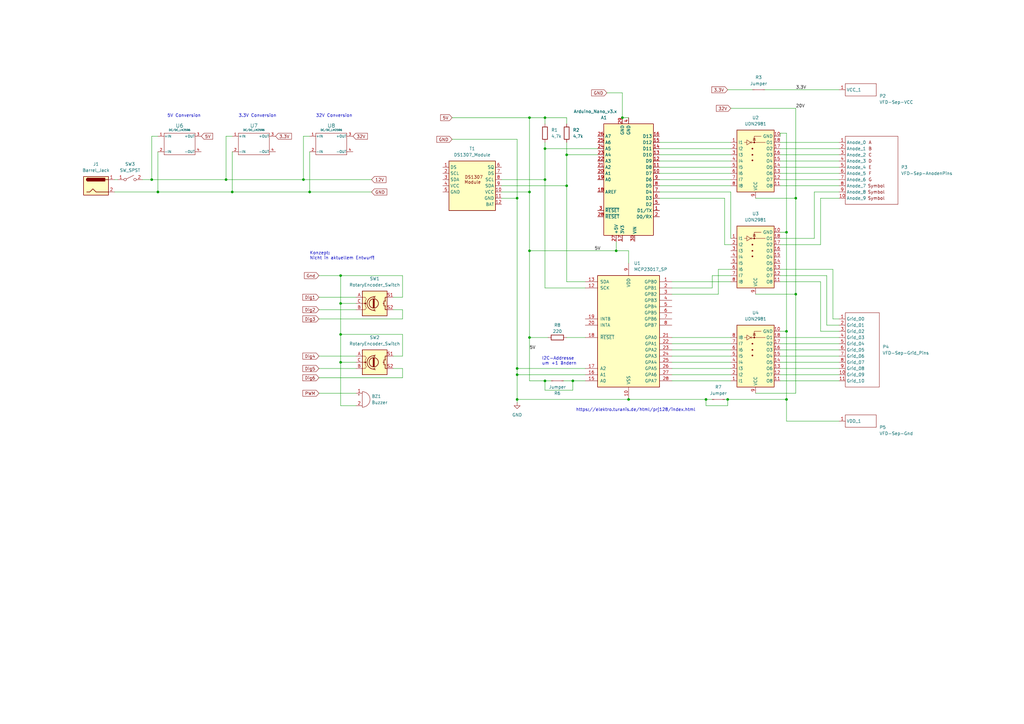
<source format=kicad_sch>
(kicad_sch (version 20230121) (generator eeschema)
  (paper "A3")
  (lib_symbols
    (symbol "Connector:Barrel_Jack" (pin_names (offset 1.016))
      (property "Reference" "J" (at 0 5.334 0))
      (property "Value" "Barrel_Jack" (at 0 -5.08 0))
      (symbol "Barrel_Jack_0_1"
        (rectangle (start -5.08 3.81) (end 5.08 -3.81) (stroke (width 0.254)) (fill (type background)))
        (arc (start -3.302 3.175) (mid -3.9343 2.54) (end -3.302 1.905) (stroke (width 0.254)))
        (arc (start -3.302 3.175) (mid -3.9343 2.54) (end -3.302 1.905) (stroke (width 0.254)) (fill (type outline)))
        (polyline (pts (xy 5.08 2.54) (xy 3.81 2.54)) (stroke (width 0.254)))
        (polyline (pts (xy -3.81 -2.54) (xy -2.54 -2.54) (xy -1.27 -1.27) (xy 0 -2.54) (xy 2.54 -2.54) (xy 5.08 -2.54)) (stroke (width 0.254)))
        (rectangle (start 3.683 3.175) (end -3.302 1.905) (stroke (width 0.254)) (fill (type outline)))
      )
      (symbol "Barrel_Jack_1_1"
        (pin passive line (at 7.62 2.54 180) (length 2.54) (name "~") (number "1"))
        (pin passive line (at 7.62 -2.54 180) (length 2.54) (name "~") (number "2"))
      )
    )
    (symbol "Custom_dc_dc_small:DC_DC_small" (pin_names (offset 0.0254))
      (property "Reference" "U" (at 0 7.62 0))
      (property "Value" "DC_DC_small" (at 0 1.27 0))
      (property "Footprint" "DC_DC_LM2596" (at -1.27 11.43 0))
      (symbol "DC_DC_small_0_1"
        (rectangle (start -6.35 5.08) (end -6.35 -3.81))
        (rectangle (start -6.35 5.08) (end 6.35 5.08))
        (rectangle (start 6.35 -3.81) (end -6.35 -3.81))
        (rectangle (start 6.35 5.08) (end 6.35 -3.81))
      )
      (symbol "DC_DC_small_1_1"
        (pin power_in line (at -8.89 3.81 0) (length 2.54) (name "+IN") (number "1"))
        (pin power_in line (at -8.89 -2.54 0) (length 2.54) (name "-IN") (number "2"))
        (pin power_out line (at 8.89 3.81 180) (length 2.54) (name "+OUT") (number "3"))
        (pin power_in line (at 8.89 -2.54 180) (length 2.54) (name "-OUT") (number "4"))
      )
    )
    (symbol "Device:Buzzer" (pin_names (offset 0.0254) hide)
      (property "Reference" "BZ" (at 3.81 1.27 0))
      (property "Value" "Buzzer" (at 3.81 -1.27 0))
      (symbol "Buzzer_0_1"
        (arc (start 0 -3.175) (mid 3.1612 0) (end 0 3.175))
        (polyline (pts (xy -1.651 1.905) (xy -1.143 1.905)))
        (polyline (pts (xy -1.397 2.159) (xy -1.397 1.651)))
        (polyline (pts (xy 0 3.175) (xy 0 -3.175)))
      )
      (symbol "Buzzer_1_1"
        (pin passive line (at -2.54 2.54 0) (length 2.54) (name "-") (number "1"))
        (pin passive line (at -2.54 -2.54 0) (length 2.54) (name "+") (number "2"))
      )
    )
    (symbol "Device:R" (pin_numbers hide) (pin_names (offset 0))
      (property "Reference" "R" (at 2.032 0 90))
      (property "Value" "R" (at 0 0 90))
      (symbol "R_0_1"
        (rectangle (start -1.016 -2.54) (end 1.016 2.54) (stroke (width 0.254)))
      )
      (symbol "R_1_1"
        (pin passive line (at 0 3.81 270) (length 1.27) (name "~") (number "1"))
        (pin passive line (at 0 -3.81 90) (length 1.27) (name "~") (number "2"))
      )
    )
    (symbol "Device:RotaryEncoder_Switch" (pin_names (offset 0.254) hide)
      (property "Reference" "SW" (at 0 6.604 0))
      (property "Value" "RotaryEncoder_Switch" (at 0 -6.604 0))
      (symbol "RotaryEncoder_Switch_0_1"
        (rectangle (start -5.08 5.08) (end 5.08 -5.08) (stroke (width 0.254)) (fill (type background)))
        (circle (center -3.81 0) (radius 0.254) (fill (type outline)))
        (circle (center -0.381 0) (radius 1.905) (stroke (width 0.254)))
        (arc (start -0.381 2.667) (mid -3.0988 -0.0635) (end -0.381 -2.794) (stroke (width 0.254)))
        (polyline (pts (xy -0.635 -1.778) (xy -0.635 1.778)) (stroke (width 0.254)))
        (polyline (pts (xy -0.381 -1.778) (xy -0.381 1.778)) (stroke (width 0.254)))
        (polyline (pts (xy -0.127 1.778) (xy -0.127 -1.778)) (stroke (width 0.254)))
        (polyline (pts (xy 3.81 0) (xy 3.429 0)) (stroke (width 0.254)))
        (polyline (pts (xy 3.81 1.016) (xy 3.81 -1.016)) (stroke (width 0.254)))
        (polyline (pts (xy -5.08 -2.54) (xy -3.81 -2.54) (xy -3.81 -2.032)))
        (polyline (pts (xy -5.08 2.54) (xy -3.81 2.54) (xy -3.81 2.032)))
        (polyline (pts (xy 0.254 -3.048) (xy -0.508 -2.794) (xy 0.127 -2.413)) (stroke (width 0.254)))
        (polyline (pts (xy 0.254 2.921) (xy -0.508 2.667) (xy 0.127 2.286)) (stroke (width 0.254)))
        (polyline (pts (xy 5.08 -2.54) (xy 4.318 -2.54) (xy 4.318 -1.016)) (stroke (width 0.254)))
        (polyline (pts (xy 5.08 2.54) (xy 4.318 2.54) (xy 4.318 1.016)) (stroke (width 0.254)))
        (polyline (pts (xy -5.08 0) (xy -3.81 0) (xy -3.81 -1.016) (xy -3.302 -2.032)))
        (polyline (pts (xy -4.318 0) (xy -3.81 0) (xy -3.81 1.016) (xy -3.302 2.032)))
        (circle (center 4.318 -1.016) (radius 0.127) (stroke (width 0.254)))
        (circle (center 4.318 1.016) (radius 0.127) (stroke (width 0.254)))
      )
      (symbol "RotaryEncoder_Switch_1_1"
        (pin passive line (at -7.62 2.54 0) (length 2.54) (name "A") (number "A"))
        (pin passive line (at -7.62 -2.54 0) (length 2.54) (name "B") (number "B"))
        (pin passive line (at -7.62 0 0) (length 2.54) (name "C") (number "C"))
        (pin passive line (at 7.62 2.54 180) (length 2.54) (name "S1") (number "S1"))
        (pin passive line (at 7.62 -2.54 180) (length 2.54) (name "S2") (number "S2"))
      )
    )
    (symbol "Interface_Expansion:MCP23017_SP" (pin_names (offset 1.016))
      (property "Reference" "U" (at -11.43 24.13 0))
      (property "Value" "MCP23017_SP" (at 0 0 0))
      (symbol "MCP23017_SP_0_1"
        (rectangle (start -12.7 22.86) (end 12.7 -22.86) (stroke (width 0.254)) (fill (type background)))
      )
      (symbol "MCP23017_SP_1_1"
        (pin bidirectional line (at 17.78 20.32 180) (length 5.08) (name "GPB0") (number "1"))
        (pin power_in line (at 0 -27.94 90) (length 5.08) (name "VSS") (number "10"))
        (pin no_connect line (at -12.7 15.24 0) (length 5.08) hide (name "NC") (number "11"))
        (pin input line (at -17.78 17.78 0) (length 5.08) (name "SCK") (number "12"))
        (pin bidirectional line (at -17.78 20.32 0) (length 5.08) (name "SDA") (number "13"))
        (pin no_connect line (at -12.7 12.7 0) (length 5.08) hide (name "NC") (number "14"))
        (pin input line (at -17.78 -20.32 0) (length 5.08) (name "A0") (number "15"))
        (pin input line (at -17.78 -17.78 0) (length 5.08) (name "A1") (number "16"))
        (pin input line (at -17.78 -15.24 0) (length 5.08) (name "A2") (number "17"))
        (pin input line (at -17.78 -2.54 0) (length 5.08) (name "~{RESET}") (number "18"))
        (pin tri_state line (at -17.78 5.08 0) (length 5.08) (name "INTB") (number "19"))
        (pin bidirectional line (at 17.78 17.78 180) (length 5.08) (name "GPB1") (number "2"))
        (pin tri_state line (at -17.78 2.54 0) (length 5.08) (name "INTA") (number "20"))
        (pin bidirectional line (at 17.78 -2.54 180) (length 5.08) (name "GPA0") (number "21"))
        (pin bidirectional line (at 17.78 -5.08 180) (length 5.08) (name "GPA1") (number "22"))
        (pin bidirectional line (at 17.78 -7.62 180) (length 5.08) (name "GPA2") (number "23"))
        (pin bidirectional line (at 17.78 -10.16 180) (length 5.08) (name "GPA3") (number "24"))
        (pin bidirectional line (at 17.78 -12.7 180) (length 5.08) (name "GPA4") (number "25"))
        (pin bidirectional line (at 17.78 -15.24 180) (length 5.08) (name "GPA5") (number "26"))
        (pin bidirectional line (at 17.78 -17.78 180) (length 5.08) (name "GPA6") (number "27"))
        (pin bidirectional line (at 17.78 -20.32 180) (length 5.08) (name "GPA7") (number "28"))
        (pin bidirectional line (at 17.78 15.24 180) (length 5.08) (name "GPB2") (number "3"))
        (pin bidirectional line (at 17.78 12.7 180) (length 5.08) (name "GPB3") (number "4"))
        (pin bidirectional line (at 17.78 10.16 180) (length 5.08) (name "GPB4") (number "5"))
        (pin bidirectional line (at 17.78 7.62 180) (length 5.08) (name "GPB5") (number "6"))
        (pin bidirectional line (at 17.78 5.08 180) (length 5.08) (name "GPB6") (number "7"))
        (pin bidirectional line (at 17.78 2.54 180) (length 5.08) (name "GPB7") (number "8"))
        (pin power_in line (at 0 27.94 270) (length 5.08) (name "VDD") (number "9"))
      )
    )
    (symbol "MCU_Module:Arduino_Nano_v3.x"
      (property "Reference" "A" (at -10.16 23.495 0))
      (property "Value" "Arduino_Nano_v3.x" (at 5.08 -24.13 0))
      (symbol "Arduino_Nano_v3.x_0_1"
        (rectangle (start -10.16 22.86) (end 10.16 -22.86) (stroke (width 0.254)) (fill (type background)))
      )
      (symbol "Arduino_Nano_v3.x_1_1"
        (pin bidirectional line (at -12.7 12.7 0) (length 2.54) (name "D1/TX") (number "1"))
        (pin bidirectional line (at -12.7 -2.54 0) (length 2.54) (name "D7") (number "10"))
        (pin bidirectional line (at -12.7 -5.08 0) (length 2.54) (name "D8") (number "11"))
        (pin bidirectional line (at -12.7 -7.62 0) (length 2.54) (name "D9") (number "12"))
        (pin bidirectional line (at -12.7 -10.16 0) (length 2.54) (name "D10") (number "13"))
        (pin bidirectional line (at -12.7 -12.7 0) (length 2.54) (name "D11") (number "14"))
        (pin bidirectional line (at -12.7 -15.24 0) (length 2.54) (name "D12") (number "15"))
        (pin bidirectional line (at -12.7 -17.78 0) (length 2.54) (name "D13") (number "16"))
        (pin power_out line (at 2.54 25.4 270) (length 2.54) (name "3V3") (number "17"))
        (pin input line (at 12.7 5.08 180) (length 2.54) (name "AREF") (number "18"))
        (pin bidirectional line (at 12.7 0 180) (length 2.54) (name "A0") (number "19"))
        (pin bidirectional line (at -12.7 15.24 0) (length 2.54) (name "D0/RX") (number "2"))
        (pin bidirectional line (at 12.7 -2.54 180) (length 2.54) (name "A1") (number "20"))
        (pin bidirectional line (at 12.7 -5.08 180) (length 2.54) (name "A2") (number "21"))
        (pin bidirectional line (at 12.7 -7.62 180) (length 2.54) (name "A3") (number "22"))
        (pin bidirectional line (at 12.7 -10.16 180) (length 2.54) (name "A4") (number "23"))
        (pin bidirectional line (at 12.7 -12.7 180) (length 2.54) (name "A5") (number "24"))
        (pin bidirectional line (at 12.7 -15.24 180) (length 2.54) (name "A6") (number "25"))
        (pin bidirectional line (at 12.7 -17.78 180) (length 2.54) (name "A7") (number "26"))
        (pin power_out line (at 5.08 25.4 270) (length 2.54) (name "+5V") (number "27"))
        (pin input line (at 12.7 15.24 180) (length 2.54) (name "~{RESET}") (number "28"))
        (pin power_in line (at 2.54 -25.4 90) (length 2.54) (name "GND") (number "29"))
        (pin input line (at 12.7 12.7 180) (length 2.54) (name "~{RESET}") (number "3"))
        (pin power_in line (at -2.54 25.4 270) (length 2.54) (name "VIN") (number "30"))
        (pin power_in line (at 0 -25.4 90) (length 2.54) (name "GND") (number "4"))
        (pin bidirectional line (at -12.7 10.16 0) (length 2.54) (name "D2") (number "5"))
        (pin bidirectional line (at -12.7 7.62 0) (length 2.54) (name "D3") (number "6"))
        (pin bidirectional line (at -12.7 5.08 0) (length 2.54) (name "D4") (number "7"))
        (pin bidirectional line (at -12.7 2.54 0) (length 2.54) (name "D5") (number "8"))
        (pin bidirectional line (at -12.7 0 0) (length 2.54) (name "D6") (number "9"))
      )
    )
    (symbol "Switch:SW_SPST" (pin_names (offset 0) hide)
      (property "Reference" "SW" (at 0 3.175 0))
      (property "Value" "SW_SPST" (at 0 -2.54 0))
      (symbol "SW_SPST_0_0"
        (circle (center -2.032 0) (radius 0.508))
        (polyline (pts (xy -1.524 0.254) (xy 1.524 1.778)))
        (circle (center 2.032 0) (radius 0.508))
      )
      (symbol "SW_SPST_1_1"
        (pin passive line (at -5.08 0 0) (length 2.54) (name "A") (number "1"))
        (pin passive line (at 5.08 0 180) (length 2.54) (name "B") (number "2"))
      )
    )
    (symbol "VFD:0-Resistor_Jumper" (pin_numbers hide) (pin_names (offset 0.254) hide)
      (property "Reference" "R" (at -2.54 -1.27 0))
      (property "Value" "Jumper" (at -3.81 1.27 0))
      (symbol "0-Resistor_Jumper_0_1"
        (polyline (pts (xy -2.54 0) (xy 2.54 0)))
      )
      (symbol "0-Resistor_Jumper_1_1"
        (pin passive line (at -2.54 0 0) (length 0.762) (name "~") (number "1"))
        (pin passive line (at 2.54 0 180) (length 0.762) (name "~") (number "2"))
      )
    )
    (symbol "VFD:DS1307_Module"
      (property "Reference" "T" (at 3.81 3.81 0))
      (property "Value" "DS1307_Module" (at 10.16 -16.51 0))
      (symbol "DS1307_Module_0_1"
        (rectangle (start 2.54 2.54) (end 21.59 -17.78) (stroke (width 0.254)) (fill (type background)))
      )
      (symbol "DS1307_Module_1_1"
        (text "DS1307\nModule " (at 12.7 -5.08 0) (effects (font (size 1.27 1.27))))
        (pin input line (at 0 0 0) (length 2.54) (name "DS") (number "1"))
        (pin input line (at 24.13 -10.16 180) (length 2.54) (name "VCC") (number "10"))
        (pin input line (at 24.13 -12.7 180) (length 2.54) (name "GND") (number "11"))
        (pin input line (at 24.13 -15.24 180) (length 2.54) (name "BAT") (number "12"))
        (pin input line (at 0 -2.54 0) (length 2.54) (name "SCL") (number "2"))
        (pin input line (at 0 -5.08 0) (length 2.54) (name "SDA") (number "3"))
        (pin input line (at 0 -7.62 0) (length 2.54) (name "VCC") (number "4"))
        (pin input line (at 0 -10.16 0) (length 2.54) (name "GND") (number "5"))
        (pin input line (at 24.13 0 180) (length 2.54) (name "SQ") (number "6"))
        (pin input line (at 24.13 -2.54 180) (length 2.54) (name "DS") (number "7"))
        (pin input line (at 24.13 -5.08 180) (length 2.54) (name "SCL") (number "8"))
        (pin input line (at 24.13 -7.62 180) (length 2.54) (name "SDA") (number "9"))
      )
    )
    (symbol "VFD:UDN2981"
      (property "Reference" "U2" (at 0 15.24 0))
      (property "Value" "UDN2981" (at 0 12.7 0))
      (symbol "UDN2981_0_1"
        (rectangle (start -7.62 -15.24) (end 7.62 10.16) (stroke (width 0.254)) (fill (type background)))
        (circle (center -1.778 5.08) (radius 0.254))
        (circle (center -1.27 -2.286) (radius 0.254) (fill (type outline)))
        (circle (center -1.27 0) (radius 0.254) (fill (type outline)))
        (circle (center -1.27 2.54) (radius 0.254) (fill (type outline)))
        (circle (center -0.508 5.08) (radius 0.254) (fill (type outline)))
        (polyline (pts (xy -4.572 5.08) (xy -3.556 5.08)))
        (polyline (pts (xy -1.524 5.08) (xy 4.064 5.08)))
        (polyline (pts (xy 0 6.731) (xy -1.016 6.731)))
        (polyline (pts (xy -0.508 5.08) (xy -0.508 7.62) (xy 2.286 7.62)))
        (polyline (pts (xy -3.556 6.096) (xy -3.556 4.064) (xy -2.032 5.08) (xy -3.556 6.096)))
        (polyline (pts (xy 0 5.969) (xy -1.016 5.969) (xy -0.508 6.731) (xy 0 5.969)))
      )
      (symbol "UDN2981_1_1"
        (pin input line (at -10.16 5.08 0) (length 2.54) (name "I1") (number "1"))
        (pin passive line (at 10.16 7.62 180) (length 2.54) (name "GND") (number "10"))
        (pin open_collector line (at 10.16 -12.7 180) (length 2.54) (name "O8") (number "11"))
        (pin open_collector line (at 10.16 -10.16 180) (length 2.54) (name "O7") (number "12"))
        (pin open_collector line (at 10.16 -7.62 180) (length 2.54) (name "O6") (number "13"))
        (pin open_collector line (at 10.16 -5.08 180) (length 2.54) (name "O5") (number "14"))
        (pin open_collector line (at 10.16 -2.54 180) (length 2.54) (name "O4") (number "15"))
        (pin open_collector line (at 10.16 0 180) (length 2.54) (name "O3") (number "16"))
        (pin open_collector line (at 10.16 2.54 180) (length 2.54) (name "O2") (number "17"))
        (pin open_collector line (at 10.16 5.08 180) (length 2.54) (name "O1") (number "18"))
        (pin input line (at -10.16 2.54 0) (length 2.54) (name "I2") (number "2"))
        (pin input line (at -10.16 0 0) (length 2.54) (name "I3") (number "3"))
        (pin input line (at -10.16 -2.54 0) (length 2.54) (name "I4") (number "4"))
        (pin input line (at -10.16 -5.08 0) (length 2.54) (name "I5") (number "5"))
        (pin input line (at -10.16 -7.62 0) (length 2.54) (name "I6") (number "6"))
        (pin input line (at -10.16 -10.16 0) (length 2.54) (name "I7") (number "7"))
        (pin input line (at -10.16 -12.7 0) (length 2.54) (name "I8") (number "8"))
        (pin power_in line (at 0 -17.78 90) (length 2.54) (name "VCC") (number "9"))
      )
    )
    (symbol "VFD:UDN2981-1_inverse"
      (property "Reference" "U2" (at 0 15.24 0))
      (property "Value" "UDN2981" (at 0 12.7 0))
      (symbol "UDN2981-1_inverse_0_1"
        (rectangle (start -7.62 -15.24) (end 7.62 10.16) (stroke (width 0.254)) (fill (type background)))
        (circle (center -1.778 5.08) (radius 0.254))
        (circle (center -1.27 -2.286) (radius 0.254) (fill (type outline)))
        (circle (center -1.27 0) (radius 0.254) (fill (type outline)))
        (circle (center -1.27 2.54) (radius 0.254) (fill (type outline)))
        (circle (center -0.508 5.08) (radius 0.254) (fill (type outline)))
        (polyline (pts (xy -4.572 5.08) (xy -3.556 5.08)))
        (polyline (pts (xy -1.524 5.08) (xy 4.064 5.08)))
        (polyline (pts (xy 0 6.731) (xy -1.016 6.731)))
        (polyline (pts (xy -0.508 5.08) (xy -0.508 7.62) (xy 2.286 7.62)))
        (polyline (pts (xy -3.556 6.096) (xy -3.556 4.064) (xy -2.032 5.08) (xy -3.556 6.096)))
        (polyline (pts (xy 0 5.969) (xy -1.016 5.969) (xy -0.508 6.731) (xy 0 5.969)))
      )
      (symbol "UDN2981-1_inverse_1_1"
        (pin input line (at -10.16 -12.7 0) (length 2.54) (name "I1") (number "1"))
        (pin passive line (at 10.16 7.62 180) (length 2.54) (name "GND") (number "10"))
        (pin open_collector line (at 10.16 -12.7 180) (length 2.54) (name "O8") (number "11"))
        (pin open_collector line (at 10.16 -10.16 180) (length 2.54) (name "O7") (number "12"))
        (pin open_collector line (at 10.16 -7.62 180) (length 2.54) (name "O6") (number "13"))
        (pin open_collector line (at 10.16 -5.08 180) (length 2.54) (name "O5") (number "14"))
        (pin open_collector line (at 10.16 -2.54 180) (length 2.54) (name "O4") (number "15"))
        (pin open_collector line (at 10.16 0 180) (length 2.54) (name "O3") (number "16"))
        (pin open_collector line (at 10.16 2.54 180) (length 2.54) (name "O2") (number "17"))
        (pin open_collector line (at 10.16 5.08 180) (length 2.54) (name "O1") (number "18"))
        (pin input line (at -10.16 -10.16 0) (length 2.54) (name "I2") (number "2"))
        (pin input line (at -10.16 -7.62 0) (length 2.54) (name "I3") (number "3"))
        (pin input line (at -10.16 -5.08 0) (length 2.54) (name "I4") (number "4"))
        (pin input line (at -10.16 -2.54 0) (length 2.54) (name "I5") (number "5"))
        (pin input line (at -10.16 0 0) (length 2.54) (name "I6") (number "6"))
        (pin input line (at -10.16 2.54 0) (length 2.54) (name "I7") (number "7"))
        (pin input line (at -10.16 5.08 0) (length 2.54) (name "I8") (number "8"))
        (pin power_in line (at 0 -17.78 90) (length 2.54) (name "VCC") (number "9"))
      )
    )
    (symbol "VFD:VFD-Sep-AnodenPins"
      (property "Reference" "P" (at 13.97 3.81 0))
      (property "Value" "VFD-Sep-AnodenPins" (at 21.59 -11.43 90))
      (symbol "VFD-Sep-AnodenPins_0_1"
        (rectangle (start 2.54 2.54) (end 24.13 -25.4))
      )
      (symbol "VFD-Sep-AnodenPins_1_1"
        (text "A" (at 12.7 0 0) (effects (font (size 1.27 1.27))))
        (text "B" (at 12.7 -2.54 0) (effects (font (size 1.27 1.27))))
        (text "C" (at 12.7 -5.08 0) (effects (font (size 1.27 1.27))))
        (text "D" (at 12.7 -7.62 0) (effects (font (size 1.27 1.27))))
        (text "E" (at 12.7 -10.16 0) (effects (font (size 1.27 1.27))))
        (text "F" (at 12.7 -12.7 0) (effects (font (size 1.27 1.27))))
        (text "G" (at 12.7 -15.24 0) (effects (font (size 1.27 1.27))))
        (text "Symbol" (at 15.24 -22.86 0) (effects (font (size 1.27 1.27))))
        (text "Symbol" (at 15.24 -20.32 0) (effects (font (size 1.27 1.27))))
        (text "Symbol" (at 15.24 -17.78 0) (effects (font (size 1.27 1.27))))
        (pin input line (at 0 0 0) (length 2.54) (name "Anode_0") (number "1"))
        (pin input line (at 0 -22.86 0) (length 2.54) (name "Anode_9") (number "10"))
        (pin input line (at 0 -2.54 0) (length 2.54) (name "Anode_1") (number "2"))
        (pin input line (at 0 -5.08 0) (length 2.54) (name "Anode_2") (number "3"))
        (pin input line (at 0 -7.62 0) (length 2.54) (name "Anode_3") (number "4"))
        (pin input line (at 0 -10.16 0) (length 2.54) (name "Anode_4") (number "5"))
        (pin input line (at 0 -12.7 0) (length 2.54) (name "Anode_5") (number "6"))
        (pin input line (at 0 -15.24 0) (length 2.54) (name "Anode_6") (number "7"))
        (pin input line (at 0 -17.78 0) (length 2.54) (name "Anode_7") (number "8"))
        (pin input line (at 0 -20.32 0) (length 2.54) (name "Anode_8") (number "9"))
      )
    )
    (symbol "VFD:VFD-Sep-Gnd"
      (property "Reference" "P" (at 3.81 6.35 0))
      (property "Value" "VFD-Sep-Gnd" (at 8.89 3.81 0))
      (symbol "VFD-Sep-Gnd_0_1"
        (rectangle (start 2.54 2.54) (end 15.24 -2.54))
      )
      (symbol "VFD-Sep-Gnd_1_1"
        (pin power_in line (at 0 0 0) (length 2.54) (name "VDD_1") (number "1"))
      )
    )
    (symbol "VFD:VFD-Sep-Grid_Pins"
      (property "Reference" "P" (at 5.08 3.81 0))
      (property "Value" "VFD-Sep-Grid_Pins" (at 13.97 -15.24 90))
      (symbol "VFD-Sep-Grid_Pins_0_1"
        (rectangle (start 2.54 2.54) (end 16.51 -27.94))
      )
      (symbol "VFD-Sep-Grid_Pins_1_1"
        (pin input line (at 0 0 0) (length 2.54) (name "Grid_00") (number "1"))
        (pin input line (at 0 -22.86 0) (length 2.54) (name "Grid_09") (number "10"))
        (pin input line (at 0 -25.4 0) (length 2.54) (name "Grid_10") (number "11"))
        (pin input line (at 0 -2.54 0) (length 2.54) (name "Grid_01") (number "2"))
        (pin input line (at 0 -5.08 0) (length 2.54) (name "Grid_02") (number "3"))
        (pin input line (at 0 -7.62 0) (length 2.54) (name "Grid_03") (number "4"))
        (pin input line (at 0 -10.16 0) (length 2.54) (name "Grid_04") (number "5"))
        (pin input line (at 0 -12.7 0) (length 2.54) (name "Grid_05") (number "6"))
        (pin input line (at 0 -15.24 0) (length 2.54) (name "Grid_06") (number "7"))
        (pin input line (at 0 -17.78 0) (length 2.54) (name "Grid_07") (number "8"))
        (pin input line (at 0 -20.32 0) (length 2.54) (name "Grid_08") (number "9"))
      )
    )
    (symbol "VFD:VFD-Sep-VCC"
      (property "Reference" "P" (at 3.81 6.35 0))
      (property "Value" "VFD-Sep-VCC" (at 8.89 3.81 0))
      (symbol "VFD-Sep-VCC_0_1"
        (rectangle (start 2.54 2.54) (end 15.24 -2.54))
      )
      (symbol "VFD-Sep-VCC_1_1"
        (pin power_in line (at 0 0 0) (length 2.54) (name "VCC_1") (number "1"))
      )
    )
    (symbol "power:GND" (power) (pin_names (offset 0))
      (property "Value" "GND" (at 0 -3.81 0))
      (symbol "GND_0_1"
        (polyline (pts (xy 0 0) (xy 0 -1.27) (xy 1.27 -1.27) (xy 0 -2.54) (xy -1.27 -1.27) (xy 0 -1.27)))
      )
      (symbol "GND_1_1"
        (pin power_in line (at 0 0 270) (length 0) hide (name "GND") (number "1"))
      )
    )
  )
  (junction (at 223.52 156.21))
  (junction (at 139.7 137.16))
  (junction (at 257.81 163.83))
  (junction (at 212.09 163.83))
  (junction (at 92.71 73.66))
  (junction (at 322.58 95.25))
  (junction (at 217.17 102.87))
  (junction (at 289.56 163.83))
  (junction (at 127 78.74))
  (junction (at 139.7 148.59))
  (junction (at 212.09 81.28))
  (junction (at 234.95 156.21))
  (junction (at 326.39 81.28))
  (junction (at 212.09 151.13))
  (junction (at 322.58 163.83))
  (junction (at 139.7 124.46))
  (junction (at 322.58 135.89))
  (junction (at 232.41 76.2))
  (junction (at 212.09 153.67))
  (junction (at 223.52 48.26))
  (junction (at 217.17 78.74))
  (junction (at 64.77 78.74))
  (junction (at 217.17 138.43))
  (junction (at 326.39 120.65))
  (junction (at 232.41 63.5))
  (junction (at 255.27 48.26))
  (junction (at 95.25 78.74))
  (junction (at 223.52 73.66))
  (junction (at 124.46 73.66))
  (junction (at 62.23 73.66))
  (junction (at 217.17 48.26))
  (junction (at 223.52 60.96))
  (junction (at 252.73 102.87))
  (junction (at 139.7 113.03))
  (junction (at 298.45 163.83))
  (wire (pts (xy 127 62.23) (xy 127 78.74)))
  (wire (pts (xy 334.01 78.74) (xy 334.01 97.79)))
  (wire (pts (xy 130.81 146.05) (xy 146.05 146.05)))
  (wire (pts (xy 205.74 76.2) (xy 232.41 76.2)))
  (wire (pts (xy 320.04 66.04) (xy 344.17 66.04)))
  (wire (pts (xy 297.18 81.28) (xy 270.51 81.28)))
  (wire (pts (xy 326.39 81.28) (xy 326.39 120.65)))
  (wire (pts (xy 95.25 55.88) (xy 92.71 55.88)))
  (wire (pts (xy 289.56 163.83) (xy 289.56 166.37)))
  (wire (pts (xy 46.99 73.66) (xy 48.26 73.66)))
  (wire (pts (xy 212.09 151.13) (xy 212.09 153.67)))
  (wire (pts (xy 320.04 110.49) (xy 341.63 110.49)))
  (wire (pts (xy 139.7 148.59) (xy 139.7 166.37)))
  (wire (pts (xy 139.7 137.16) (xy 139.7 148.59)))
  (wire (pts (xy 234.95 156.21) (xy 231.14 156.21)))
  (wire (pts (xy 240.03 118.11) (xy 223.52 118.11)))
  (wire (pts (xy 62.23 73.66) (xy 62.23 55.88)))
  (wire (pts (xy 320.04 140.97) (xy 344.17 140.97)))
  (wire (pts (xy 257.81 102.87) (xy 257.81 107.95)))
  (wire (pts (xy 289.56 166.37) (xy 298.45 166.37)))
  (wire (pts (xy 139.7 113.03) (xy 139.7 124.46)))
  (wire (pts (xy 297.18 100.33) (xy 297.18 81.28)))
  (wire (pts (xy 326.39 120.65) (xy 309.88 120.65)))
  (wire (pts (xy 232.41 63.5) (xy 245.11 63.5)))
  (wire (pts (xy 294.64 120.65) (xy 294.64 110.49)))
  (wire (pts (xy 320.04 135.89) (xy 322.58 135.89)))
  (wire (pts (xy 130.81 113.03) (xy 139.7 113.03)))
  (wire (pts (xy 257.81 102.87) (xy 252.73 102.87)))
  (wire (pts (xy 165.1 127) (xy 161.29 127)))
  (wire (pts (xy 275.59 120.65) (xy 294.64 120.65)))
  (wire (pts (xy 234.95 160.02) (xy 223.52 160.02)))
  (wire (pts (xy 165.1 154.94) (xy 165.1 151.13)))
  (wire (pts (xy 326.39 120.65) (xy 326.39 161.29)))
  (wire (pts (xy 320.04 95.25) (xy 322.58 95.25)))
  (wire (pts (xy 339.09 113.03) (xy 320.04 113.03)))
  (wire (pts (xy 95.25 78.74) (xy 127 78.74)))
  (wire (pts (xy 320.04 68.58) (xy 344.17 68.58)))
  (wire (pts (xy 124.46 55.88) (xy 124.46 73.66)))
  (wire (pts (xy 92.71 73.66) (xy 124.46 73.66)))
  (wire (pts (xy 127 78.74) (xy 152.4 78.74)))
  (wire (pts (xy 298.45 36.83) (xy 308.61 36.83)))
  (wire (pts (xy 339.09 133.35) (xy 339.09 113.03)))
  (wire (pts (xy 299.72 100.33) (xy 297.18 100.33)))
  (wire (pts (xy 212.09 81.28) (xy 212.09 151.13)))
  (wire (pts (xy 320.04 97.79) (xy 334.01 97.79)))
  (wire (pts (xy 217.17 48.26) (xy 223.52 48.26)))
  (wire (pts (xy 234.95 156.21) (xy 234.95 160.02)))
  (wire (pts (xy 336.55 135.89) (xy 344.17 135.89)))
  (wire (pts (xy 257.81 163.83) (xy 212.09 163.83)))
  (wire (pts (xy 212.09 153.67) (xy 240.03 153.67)))
  (wire (pts (xy 270.51 68.58) (xy 299.72 68.58)))
  (wire (pts (xy 223.52 48.26) (xy 223.52 50.8)))
  (wire (pts (xy 223.52 60.96) (xy 223.52 73.66)))
  (wire (pts (xy 322.58 54.61) (xy 320.04 54.61)))
  (wire (pts (xy 124.46 73.66) (xy 152.4 73.66)))
  (wire (pts (xy 248.92 38.1) (xy 255.27 38.1)))
  (wire (pts (xy 92.71 55.88) (xy 92.71 73.66)))
  (wire (pts (xy 223.52 48.26) (xy 232.41 48.26)))
  (wire (pts (xy 58.42 73.66) (xy 62.23 73.66)))
  (wire (pts (xy 320.04 153.67) (xy 344.17 153.67)))
  (wire (pts (xy 270.51 73.66) (xy 299.72 73.66)))
  (wire (pts (xy 257.81 163.83) (xy 289.56 163.83)))
  (wire (pts (xy 275.59 151.13) (xy 299.72 151.13)))
  (wire (pts (xy 275.59 118.11) (xy 292.1 118.11)))
  (wire (pts (xy 299.72 97.79) (xy 299.72 78.74)))
  (wire (pts (xy 217.17 156.21) (xy 223.52 156.21)))
  (wire (pts (xy 320.04 143.51) (xy 344.17 143.51)))
  (wire (pts (xy 217.17 48.26) (xy 217.17 78.74)))
  (wire (pts (xy 165.1 151.13) (xy 161.29 151.13)))
  (wire (pts (xy 232.41 76.2) (xy 232.41 115.57)))
  (wire (pts (xy 270.51 76.2) (xy 299.72 76.2)))
  (wire (pts (xy 270.51 60.96) (xy 299.72 60.96)))
  (wire (pts (xy 217.17 102.87) (xy 217.17 138.43)))
  (wire (pts (xy 320.04 76.2) (xy 344.17 76.2)))
  (wire (pts (xy 205.74 78.74) (xy 217.17 78.74)))
  (wire (pts (xy 275.59 148.59) (xy 299.72 148.59)))
  (wire (pts (xy 270.51 63.5) (xy 299.72 63.5)))
  (wire (pts (xy 297.18 163.83) (xy 298.45 163.83)))
  (wire (pts (xy 165.1 113.03) (xy 139.7 113.03)))
  (wire (pts (xy 320.04 138.43) (xy 344.17 138.43)))
  (wire (pts (xy 275.59 115.57) (xy 299.72 115.57)))
  (wire (pts (xy 336.55 100.33) (xy 336.55 81.28)))
  (wire (pts (xy 320.04 60.96) (xy 344.17 60.96)))
  (wire (pts (xy 344.17 58.42) (xy 320.04 58.42)))
  (wire (pts (xy 130.81 121.92) (xy 146.05 121.92)))
  (wire (pts (xy 320.04 63.5) (xy 344.17 63.5)))
  (wire (pts (xy 320.04 73.66) (xy 344.17 73.66)))
  (wire (pts (xy 344.17 133.35) (xy 339.09 133.35)))
  (wire (pts (xy 64.77 62.23) (xy 64.77 78.74)))
  (wire (pts (xy 217.17 138.43) (xy 224.79 138.43)))
  (wire (pts (xy 223.52 160.02) (xy 223.52 156.21)))
  (wire (pts (xy 336.55 100.33) (xy 320.04 100.33)))
  (wire (pts (xy 298.45 166.37) (xy 298.45 163.83)))
  (wire (pts (xy 223.52 73.66) (xy 223.52 118.11)))
  (wire (pts (xy 127 55.88) (xy 124.46 55.88)))
  (wire (pts (xy 205.74 81.28) (xy 212.09 81.28)))
  (wire (pts (xy 165.1 121.92) (xy 165.1 113.03)))
  (wire (pts (xy 326.39 161.29) (xy 309.88 161.29)))
  (wire (pts (xy 320.04 151.13) (xy 344.17 151.13)))
  (wire (pts (xy 275.59 140.97) (xy 299.72 140.97)))
  (wire (pts (xy 275.59 138.43) (xy 299.72 138.43)))
  (wire (pts (xy 270.51 58.42) (xy 299.72 58.42)))
  (wire (pts (xy 275.59 156.21) (xy 299.72 156.21)))
  (wire (pts (xy 232.41 48.26) (xy 232.41 50.8)))
  (wire (pts (xy 217.17 138.43) (xy 217.17 156.21)))
  (wire (pts (xy 320.04 146.05) (xy 344.17 146.05)))
  (wire (pts (xy 130.81 161.29) (xy 146.05 161.29)))
  (wire (pts (xy 252.73 102.87) (xy 252.73 99.06)))
  (wire (pts (xy 232.41 115.57) (xy 240.03 115.57)))
  (wire (pts (xy 232.41 63.5) (xy 232.41 76.2)))
  (wire (pts (xy 165.1 130.81) (xy 130.81 130.81)))
  (wire (pts (xy 275.59 143.51) (xy 299.72 143.51)))
  (wire (pts (xy 255.27 38.1) (xy 255.27 48.26)))
  (wire (pts (xy 322.58 54.61) (xy 322.58 95.25)))
  (wire (pts (xy 320.04 54.61) (xy 320.04 55.88)))
  (wire (pts (xy 336.55 115.57) (xy 336.55 135.89)))
  (wire (pts (xy 223.52 60.96) (xy 245.11 60.96)))
  (wire (pts (xy 341.63 130.81) (xy 344.17 130.81)))
  (wire (pts (xy 309.88 81.28) (xy 326.39 81.28)))
  (wire (pts (xy 165.1 121.92) (xy 161.29 121.92)))
  (wire (pts (xy 320.04 115.57) (xy 336.55 115.57)))
  (wire (pts (xy 212.09 153.67) (xy 212.09 163.83)))
  (wire (pts (xy 165.1 127) (xy 165.1 130.81)))
  (wire (pts (xy 326.39 44.45) (xy 326.39 81.28)))
  (wire (pts (xy 212.09 57.15) (xy 212.09 81.28)))
  (wire (pts (xy 270.51 71.12) (xy 299.72 71.12)))
  (wire (pts (xy 95.25 62.23) (xy 95.25 78.74)))
  (wire (pts (xy 232.41 138.43) (xy 240.03 138.43)))
  (wire (pts (xy 146.05 124.46) (xy 139.7 124.46)))
  (wire (pts (xy 341.63 110.49) (xy 341.63 130.81)))
  (wire (pts (xy 292.1 118.11) (xy 292.1 113.03)))
  (wire (pts (xy 294.64 110.49) (xy 299.72 110.49)))
  (wire (pts (xy 289.56 163.83) (xy 292.1 163.83)))
  (wire (pts (xy 320.04 71.12) (xy 344.17 71.12)))
  (wire (pts (xy 205.74 73.66) (xy 223.52 73.66)))
  (wire (pts (xy 298.45 163.83) (xy 322.58 163.83)))
  (wire (pts (xy 46.99 78.74) (xy 64.77 78.74)))
  (wire (pts (xy 344.17 78.74) (xy 334.01 78.74)))
  (wire (pts (xy 165.1 146.05) (xy 161.29 146.05)))
  (wire (pts (xy 313.69 36.83) (xy 344.17 36.83)))
  (wire (pts (xy 232.41 58.42) (xy 232.41 63.5)))
  (wire (pts (xy 212.09 151.13) (xy 240.03 151.13)))
  (wire (pts (xy 217.17 78.74) (xy 217.17 102.87)))
  (wire (pts (xy 139.7 148.59) (xy 146.05 148.59)))
  (wire (pts (xy 223.52 58.42) (xy 223.52 60.96)))
  (wire (pts (xy 270.51 78.74) (xy 299.72 78.74)))
  (wire (pts (xy 322.58 95.25) (xy 322.58 135.89)))
  (wire (pts (xy 292.1 113.03) (xy 299.72 113.03)))
  (wire (pts (xy 240.03 156.21) (xy 234.95 156.21)))
  (wire (pts (xy 344.17 156.21) (xy 320.04 156.21)))
  (wire (pts (xy 130.81 154.94) (xy 165.1 154.94)))
  (wire (pts (xy 275.59 146.05) (xy 299.72 146.05)))
  (wire (pts (xy 212.09 163.83) (xy 212.09 165.1)))
  (wire (pts (xy 165.1 146.05) (xy 165.1 137.16)))
  (wire (pts (xy 165.1 137.16) (xy 139.7 137.16)))
  (wire (pts (xy 217.17 102.87) (xy 252.73 102.87)))
  (wire (pts (xy 270.51 66.04) (xy 299.72 66.04)))
  (wire (pts (xy 130.81 151.13) (xy 146.05 151.13)))
  (wire (pts (xy 255.27 48.26) (xy 257.81 48.26)))
  (wire (pts (xy 139.7 166.37) (xy 146.05 166.37)))
  (wire (pts (xy 130.81 127) (xy 146.05 127)))
  (wire (pts (xy 64.77 78.74) (xy 95.25 78.74)))
  (wire (pts (xy 185.42 48.26) (xy 217.17 48.26)))
  (wire (pts (xy 322.58 163.83) (xy 322.58 172.72)))
  (wire (pts (xy 62.23 73.66) (xy 92.71 73.66)))
  (wire (pts (xy 320.04 148.59) (xy 344.17 148.59)))
  (wire (pts (xy 62.23 55.88) (xy 64.77 55.88)))
  (wire (pts (xy 336.55 81.28) (xy 344.17 81.28)))
  (wire (pts (xy 326.39 44.45) (xy 299.72 44.45)))
  (wire (pts (xy 275.59 153.67) (xy 299.72 153.67)))
  (wire (pts (xy 223.52 156.21) (xy 226.06 156.21)))
  (wire (pts (xy 139.7 124.46) (xy 139.7 137.16)))
  (wire (pts (xy 344.17 172.72) (xy 322.58 172.72)))
  (wire (pts (xy 185.42 57.15) (xy 212.09 57.15)))
  (wire (pts (xy 322.58 135.89) (xy 322.58 163.83)))
  (text "5V Conversion" (at 68.58 48.26 0) (effects (font (size 1.27 1.27)) (justify left bottom)))
  (text "3.3V Conversion" (at 97.79 48.26 0) (effects (font (size 1.27 1.27)) (justify left bottom)))
  (text "https://elektro.turanis.de/html/prj128/index.html" (at 236.22 168.91 0) (effects (font (size 1.27 1.27)) (justify left bottom)))
  (text "32V Conversion" (at 129.54 48.26 0) (effects (font (size 1.27 1.27)) (justify left bottom)))
  (text "Konzept:\nNicht in aktuellem Entwurf!\n" (at 127 106.68 0) (effects (font (size 1.27 1.27)) (justify left bottom)))
  (text "I2C-Addresse \num +1 ändern" (at 222.25 149.86 0) (effects (font (size 1.27 1.27)) (justify left bottom)))
  (label "3.3V" (at 326.39 36.83 0))
  (label "20V" (at 326.39 44.45 0))
  (label "5V" (at 217.17 143.51 0))
  (label "5V" (at 243.84 102.87 0))
  (global_label "Dig4" (shape input) (at 130.81 146.05 180) (property "Intersheetrefs" "${INTERSHEET_REFS}" (effects hide)))
  (global_label "Dig6" (shape input) (at 130.81 154.94 180) (property "Intersheetrefs" "${INTERSHEET_REFS}" (effects hide)))
  (global_label "Dig1" (shape input) (at 130.81 121.92 180) (property "Intersheetrefs" "${INTERSHEET_REFS}" (effects hide)))
  (global_label "3.3V" (shape input) (at 298.45 36.83 180) (property "Intersheetrefs" "${INTERSHEET_REFS}" (effects hide)))
  (global_label "GND" (shape input) (at 248.92 38.1 180) (property "Intersheetrefs" "${INTERSHEET_REFS}" (effects hide)))
  (global_label "5V" (shape input) (at 185.42 48.26 180) (property "Intersheetrefs" "${INTERSHEET_REFS}" (effects hide)))
  (global_label "Dig5" (shape input) (at 130.81 151.13 180) (property "Intersheetrefs" "${INTERSHEET_REFS}" (effects hide)))
  (global_label "PWM" (shape input) (at 130.81 161.29 180) (property "Intersheetrefs" "${INTERSHEET_REFS}" (effects hide)))
  (global_label "GND" (shape input) (at 185.42 57.15 180) (property "Intersheetrefs" "${INTERSHEET_REFS}" (effects hide)))
  (global_label "12V" (shape input) (at 152.4 73.66 0) (property "Intersheetrefs" "${INTERSHEET_REFS}" (effects hide)))
  (global_label "GND" (shape input) (at 152.4 78.74 0) (property "Intersheetrefs" "${INTERSHEET_REFS}" (effects hide)))
  (global_label "32V" (shape input) (at 299.72 44.45 180) (property "Intersheetrefs" "${INTERSHEET_REFS}" (effects hide)))
  (global_label "32V" (shape input) (at 144.78 55.88 0) (property "Intersheetrefs" "${INTERSHEET_REFS}" (effects hide)))
  (global_label "Dig3" (shape input) (at 130.81 130.81 180) (property "Intersheetrefs" "${INTERSHEET_REFS}" (effects hide)))
  (global_label "Dig2" (shape input) (at 130.81 127 180) (property "Intersheetrefs" "${INTERSHEET_REFS}" (effects hide)))
  (global_label "3.3V" (shape input) (at 113.03 55.88 0) (property "Intersheetrefs" "${INTERSHEET_REFS}" (effects hide)))
  (global_label "Gnd" (shape input) (at 130.81 113.03 180) (property "Intersheetrefs" "${INTERSHEET_REFS}" (effects hide)))
  (global_label "5V" (shape input) (at 82.55 55.88 0) (property "Intersheetrefs" "${INTERSHEET_REFS}" (effects hide)))
  (symbol (lib_id "Device:RotaryEncoder_Switch") (at 153.67 148.59 0) (unit 1)
    (property "Reference" "SW2" (at 153.67 138.43 0))
    (property "Value" "RotaryEncoder_Switch" (at 153.67 140.97 0))
    (property "Footprint" "Rotary_Encoder:RotaryEncoder_Alps_EC11E-Switch_Vertical_H20mm" (effects hide))
  )
  (symbol (lib_id "Custom_dc_dc_small:DC_DC_small") (at 73.66 59.69 0) (unit 1)
    (property "Reference" "U6" (at 73.66 51.562 0) (effects (font (size 1.524 1.524))))
    (property "Value" "DC/DC_LM2596" (at 73.66 53.34 0) (effects (font (size 0.762 0.762))))
    (property "Footprint" "DCDC_Converter:DC_DC_LM2596_small" (effects hide))
  )
  (symbol (lib_id "Device:R") (at 228.6 138.43 90) (unit 1)
    (property "Reference" "R8" (at 228.6 133.35 90))
    (property "Value" "220" (at 228.6 135.89 90))
    (property "Footprint" "Resistor_THT:R_Axial_DIN0207_L6.3mm_D2.5mm_P10.16mm_Horizontal" (effects hide))
  )
  (symbol (lib_id "VFD:VFD-Sep-Grid_Pins") (at 344.17 130.81 0) (unit 1)
    (property "Reference" "P4" (at 361.95 142.24 0) (effects (justify left)))
    (property "Value" "VFD-Sep-Grid_Pins" (at 361.95 144.78 0) (effects (justify left)))
    (property "Footprint" "Connector_PinHeader_2.54mm:PinHeader_1x11_P2.54mm_Vertical" (effects hide))
  )
  (symbol (lib_id "Custom_dc_dc_small:DC_DC_small") (at 135.89 59.69 0) (unit 1)
    (property "Reference" "U8" (at 135.89 51.562 0) (effects (font (size 1.524 1.524))))
    (property "Value" "DC/DC_LM2596" (at 135.89 53.34 0) (effects (font (size 0.762 0.762))))
    (property "Footprint" "DCDC_Converter:DC_DC_LM2596_small" (effects hide))
  )
  (symbol (lib_id "VFD:0-Resistor_Jumper") (at 228.6 156.21 180) (unit 1)
    (property "Reference" "R6" (at 228.6 161.29 0))
    (property "Value" "Jumper" (at 228.6 158.75 0))
    (property "Footprint" "Jumpers:Jumper-Wire_12mm_Red" (effects hide))
  )
  (symbol (lib_id "Switch:SW_SPST") (at 53.34 73.66 0) (unit 1)
    (property "Reference" "SW3" (at 53.34 67.31 0))
    (property "Value" "SW_SPST" (at 53.34 69.85 0))
    (property "Footprint" "TerminalBlock_Phoenix:TerminalBlock_Phoenix_MPT-0,5-2-2.54_1x02_P2.54mm_Horizontal" (effects hide))
  )
  (symbol (lib_id "Device:RotaryEncoder_Switch") (at 153.67 124.46 0) (unit 1)
    (property "Reference" "SW1" (at 153.67 114.3 0))
    (property "Value" "RotaryEncoder_Switch" (at 153.67 116.84 0))
    (property "Footprint" "Rotary_Encoder:RotaryEncoder_Alps_EC11E-Switch_Vertical_H20mm" (effects hide))
  )
  (symbol (lib_id "VFD:UDN2981") (at 309.88 102.87 0) (unit 1)
    (property "Reference" "U3" (at 309.88 87.63 0))
    (property "Value" "UDN2981" (at 309.88 90.17 0))
    (property "Footprint" "Package_DIP:DIP-18_W7.62mm_Socket" (effects hide))
    (property "Datasheet" "https://cdn-reichelt.de/documents/datenblatt/A200/TD62783AF.pdf" (effects hide))
  )
  (symbol (lib_id "power:GND") (at 212.09 165.1 0) (unit 1)
    (property "Reference" "#PWR03" (effects hide))
    (property "Value" "GND" (at 212.09 170.18 0))
  )
  (symbol (lib_id "VFD:DS1307_Module") (at 181.61 68.58 0) (unit 1)
    (property "Reference" "T1" (at 193.675 60.96 0))
    (property "Value" "DS1307_Module" (at 193.675 63.5 0))
    (property "Footprint" "ZCustom:DS1307_Module" (effects hide))
  )
  (symbol (lib_id "VFD:0-Resistor_Jumper") (at 311.15 36.83 0) (unit 1)
    (property "Reference" "R3" (at 311.15 31.75 0))
    (property "Value" "Jumper" (at 311.15 34.29 0))
    (property "Footprint" "VFD:0-Resistor Jumper" (effects hide))
  )
  (symbol (lib_id "VFD:VFD-Sep-AnodenPins") (at 344.17 58.42 0) (unit 1)
    (property "Reference" "P3" (at 369.57 68.58 0) (effects (justify left)))
    (property "Value" "VFD-Sep-AnodenPins" (at 369.57 71.12 0) (effects (justify left)))
    (property "Footprint" "Connector_PinHeader_2.54mm:PinHeader_1x10_P2.54mm_Vertical" (effects hide))
  )
  (symbol (lib_id "Custom_dc_dc_small:DC_DC_small") (at 104.14 59.69 0) (unit 1)
    (property "Reference" "U7" (at 104.14 51.562 0) (effects (font (size 1.524 1.524))))
    (property "Value" "DC/DC_LM2596" (at 104.14 53.34 0) (effects (font (size 0.762 0.762))))
    (property "Footprint" "DCDC_Converter:DC_DC_LM2596_small" (effects hide))
  )
  (symbol (lib_id "Interface_Expansion:MCP23017_SP") (at 257.81 135.89 0) (unit 1)
    (property "Reference" "U1" (at 260.0041 107.95 0) (effects (justify left)))
    (property "Value" "MCP23017_SP" (at 260.0041 110.49 0) (effects (justify left)))
    (property "Footprint" "Package_DIP:DIP-28_W7.62mm" (effects hide))
    (property "Datasheet" "http://ww1.microchip.com/downloads/en/DeviceDoc/20001952C.pdf" (effects hide))
  )
  (symbol (lib_id "VFD:UDN2981-1_inverse") (at 309.88 143.51 0) (unit 1)
    (property "Reference" "U4" (at 309.88 128.27 0))
    (property "Value" "UDN2981" (at 309.88 130.81 0))
    (property "Footprint" "Package_DIP:DIP-18_W7.62mm_Socket" (effects hide))
    (property "Datasheet" "https://cdn-reichelt.de/documents/datenblatt/A200/TD62783AF.pdf" (effects hide))
  )
  (symbol (lib_id "VFD:UDN2981") (at 309.88 63.5 0) (unit 1)
    (property "Reference" "U2" (at 309.88 48.26 0))
    (property "Value" "UDN2981" (at 309.88 50.8 0))
    (property "Footprint" "Package_DIP:DIP-18_W7.62mm_Socket" (effects hide))
    (property "Datasheet" "https://cdn-reichelt.de/documents/datenblatt/A200/TD62783AF.pdf" (effects hide))
  )
  (symbol (lib_id "Connector:Barrel_Jack") (at 39.37 76.2 0) (unit 1)
    (property "Reference" "J1" (at 39.37 67.31 0))
    (property "Value" "Barrel_Jack" (at 39.37 69.85 0))
    (property "Footprint" "Connector_BarrelJack:BarrelJack_CUI_PJ-063AH_Horizontal_CircularHoles" (effects hide))
  )
  (symbol (lib_id "Device:R") (at 232.41 54.61 0) (unit 1)
    (property "Reference" "R2" (at 234.95 53.34 0) (effects (justify left)))
    (property "Value" "4,7k" (at 234.95 55.88 0) (effects (justify left)))
    (property "Footprint" "Resistor_THT:R_Axial_DIN0207_L6.3mm_D2.5mm_P10.16mm_Horizontal" (effects hide))
  )
  (symbol (lib_id "VFD:VFD-Sep-Gnd") (at 344.17 172.72 0) (unit 1)
    (property "Reference" "P5" (at 360.68 175.26 0) (effects (justify left)))
    (property "Value" "VFD-Sep-Gnd" (at 360.68 177.8 0) (effects (justify left)))
    (property "Footprint" "Connector_PinHeader_2.54mm:PinHeader_1x01_P2.54mm_Vertical" (effects hide))
  )
  (symbol (lib_id "Device:Buzzer") (at 148.59 163.83 0) (unit 1)
    (property "Reference" "BZ1" (at 152.4 162.56 0) (effects (justify left)))
    (property "Value" "Buzzer" (at 152.4 165.1 0) (effects (justify left)))
    (property "Footprint" "Buzzer_Beeper:Buzzer_12x9.5RM7.6" (effects hide))
  )
  (symbol (lib_id "VFD:VFD-Sep-VCC") (at 344.17 36.83 0) (unit 1)
    (property "Reference" "P2" (at 360.68 39.37 0) (effects (justify left)))
    (property "Value" "VFD-Sep-VCC" (at 360.68 41.91 0) (effects (justify left)))
    (property "Footprint" "Connector_PinHeader_2.54mm:PinHeader_1x01_P2.54mm_Vertical" (effects hide))
  )
  (symbol (lib_id "MCU_Module:Arduino_Nano_v3.x") (at 257.81 73.66 180) (unit 1)
    (property "Reference" "A1" (at 248.92 48.26 0) (effects (justify left)))
    (property "Value" "Arduino_Nano_v3.x" (at 253.0759 45.72 0) (effects (justify left)))
    (property "Footprint" "Module:Arduino_Nano" (effects hide))
    (property "Datasheet" "http://www.mouser.com/pdfdocs/Gravitech_Arduino_Nano3_0.pdf" (effects hide))
  )
  (symbol (lib_id "Device:R") (at 223.52 54.61 0) (unit 1)
    (property "Reference" "R1" (at 226.06 53.34 0) (effects (justify left)))
    (property "Value" "4,7k" (at 226.06 55.88 0) (effects (justify left)))
    (property "Footprint" "Resistor_THT:R_Axial_DIN0207_L6.3mm_D2.5mm_P10.16mm_Horizontal" (effects hide))
  )
  (symbol (lib_id "VFD:0-Resistor_Jumper") (at 294.64 163.83 0) (unit 1)
    (property "Reference" "R7" (at 294.64 158.75 0))
    (property "Value" "Jumper" (at 294.64 161.29 0))
    (property "Footprint" "VFD:0-Resistor Jumper" (effects hide))
  )
)
</source>
